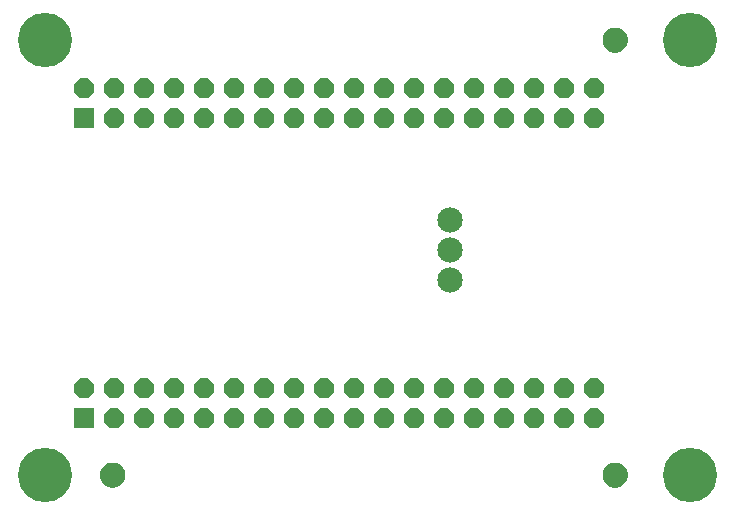
<source format=gbr>
G04 EAGLE Gerber RS-274X export*
G75*
%MOMM*%
%FSLAX34Y34*%
%LPD*%
%INSoldermask Bottom*%
%IPPOS*%
%AMOC8*
5,1,8,0,0,1.08239X$1,22.5*%
G01*
%ADD10C,0.609600*%
%ADD11C,1.168400*%
%ADD12C,4.597400*%
%ADD13C,2.152400*%
%ADD14R,1.676400X1.676400*%
%ADD15P,1.814519X8X22.500000*%


D10*
X513080Y406400D02*
X513082Y406587D01*
X513089Y406774D01*
X513101Y406961D01*
X513117Y407147D01*
X513137Y407333D01*
X513162Y407518D01*
X513192Y407703D01*
X513226Y407887D01*
X513265Y408070D01*
X513308Y408252D01*
X513356Y408432D01*
X513408Y408612D01*
X513465Y408790D01*
X513525Y408967D01*
X513591Y409142D01*
X513660Y409316D01*
X513734Y409488D01*
X513812Y409658D01*
X513894Y409826D01*
X513980Y409992D01*
X514070Y410156D01*
X514164Y410317D01*
X514262Y410477D01*
X514364Y410633D01*
X514470Y410788D01*
X514580Y410939D01*
X514693Y411088D01*
X514810Y411234D01*
X514930Y411377D01*
X515054Y411517D01*
X515181Y411654D01*
X515312Y411788D01*
X515446Y411919D01*
X515583Y412046D01*
X515723Y412170D01*
X515866Y412290D01*
X516012Y412407D01*
X516161Y412520D01*
X516312Y412630D01*
X516467Y412736D01*
X516623Y412838D01*
X516783Y412936D01*
X516944Y413030D01*
X517108Y413120D01*
X517274Y413206D01*
X517442Y413288D01*
X517612Y413366D01*
X517784Y413440D01*
X517958Y413509D01*
X518133Y413575D01*
X518310Y413635D01*
X518488Y413692D01*
X518668Y413744D01*
X518848Y413792D01*
X519030Y413835D01*
X519213Y413874D01*
X519397Y413908D01*
X519582Y413938D01*
X519767Y413963D01*
X519953Y413983D01*
X520139Y413999D01*
X520326Y414011D01*
X520513Y414018D01*
X520700Y414020D01*
X520887Y414018D01*
X521074Y414011D01*
X521261Y413999D01*
X521447Y413983D01*
X521633Y413963D01*
X521818Y413938D01*
X522003Y413908D01*
X522187Y413874D01*
X522370Y413835D01*
X522552Y413792D01*
X522732Y413744D01*
X522912Y413692D01*
X523090Y413635D01*
X523267Y413575D01*
X523442Y413509D01*
X523616Y413440D01*
X523788Y413366D01*
X523958Y413288D01*
X524126Y413206D01*
X524292Y413120D01*
X524456Y413030D01*
X524617Y412936D01*
X524777Y412838D01*
X524933Y412736D01*
X525088Y412630D01*
X525239Y412520D01*
X525388Y412407D01*
X525534Y412290D01*
X525677Y412170D01*
X525817Y412046D01*
X525954Y411919D01*
X526088Y411788D01*
X526219Y411654D01*
X526346Y411517D01*
X526470Y411377D01*
X526590Y411234D01*
X526707Y411088D01*
X526820Y410939D01*
X526930Y410788D01*
X527036Y410633D01*
X527138Y410477D01*
X527236Y410317D01*
X527330Y410156D01*
X527420Y409992D01*
X527506Y409826D01*
X527588Y409658D01*
X527666Y409488D01*
X527740Y409316D01*
X527809Y409142D01*
X527875Y408967D01*
X527935Y408790D01*
X527992Y408612D01*
X528044Y408432D01*
X528092Y408252D01*
X528135Y408070D01*
X528174Y407887D01*
X528208Y407703D01*
X528238Y407518D01*
X528263Y407333D01*
X528283Y407147D01*
X528299Y406961D01*
X528311Y406774D01*
X528318Y406587D01*
X528320Y406400D01*
X528318Y406213D01*
X528311Y406026D01*
X528299Y405839D01*
X528283Y405653D01*
X528263Y405467D01*
X528238Y405282D01*
X528208Y405097D01*
X528174Y404913D01*
X528135Y404730D01*
X528092Y404548D01*
X528044Y404368D01*
X527992Y404188D01*
X527935Y404010D01*
X527875Y403833D01*
X527809Y403658D01*
X527740Y403484D01*
X527666Y403312D01*
X527588Y403142D01*
X527506Y402974D01*
X527420Y402808D01*
X527330Y402644D01*
X527236Y402483D01*
X527138Y402323D01*
X527036Y402167D01*
X526930Y402012D01*
X526820Y401861D01*
X526707Y401712D01*
X526590Y401566D01*
X526470Y401423D01*
X526346Y401283D01*
X526219Y401146D01*
X526088Y401012D01*
X525954Y400881D01*
X525817Y400754D01*
X525677Y400630D01*
X525534Y400510D01*
X525388Y400393D01*
X525239Y400280D01*
X525088Y400170D01*
X524933Y400064D01*
X524777Y399962D01*
X524617Y399864D01*
X524456Y399770D01*
X524292Y399680D01*
X524126Y399594D01*
X523958Y399512D01*
X523788Y399434D01*
X523616Y399360D01*
X523442Y399291D01*
X523267Y399225D01*
X523090Y399165D01*
X522912Y399108D01*
X522732Y399056D01*
X522552Y399008D01*
X522370Y398965D01*
X522187Y398926D01*
X522003Y398892D01*
X521818Y398862D01*
X521633Y398837D01*
X521447Y398817D01*
X521261Y398801D01*
X521074Y398789D01*
X520887Y398782D01*
X520700Y398780D01*
X520513Y398782D01*
X520326Y398789D01*
X520139Y398801D01*
X519953Y398817D01*
X519767Y398837D01*
X519582Y398862D01*
X519397Y398892D01*
X519213Y398926D01*
X519030Y398965D01*
X518848Y399008D01*
X518668Y399056D01*
X518488Y399108D01*
X518310Y399165D01*
X518133Y399225D01*
X517958Y399291D01*
X517784Y399360D01*
X517612Y399434D01*
X517442Y399512D01*
X517274Y399594D01*
X517108Y399680D01*
X516944Y399770D01*
X516783Y399864D01*
X516623Y399962D01*
X516467Y400064D01*
X516312Y400170D01*
X516161Y400280D01*
X516012Y400393D01*
X515866Y400510D01*
X515723Y400630D01*
X515583Y400754D01*
X515446Y400881D01*
X515312Y401012D01*
X515181Y401146D01*
X515054Y401283D01*
X514930Y401423D01*
X514810Y401566D01*
X514693Y401712D01*
X514580Y401861D01*
X514470Y402012D01*
X514364Y402167D01*
X514262Y402323D01*
X514164Y402483D01*
X514070Y402644D01*
X513980Y402808D01*
X513894Y402974D01*
X513812Y403142D01*
X513734Y403312D01*
X513660Y403484D01*
X513591Y403658D01*
X513525Y403833D01*
X513465Y404010D01*
X513408Y404188D01*
X513356Y404368D01*
X513308Y404548D01*
X513265Y404730D01*
X513226Y404913D01*
X513192Y405097D01*
X513162Y405282D01*
X513137Y405467D01*
X513117Y405653D01*
X513101Y405839D01*
X513089Y406026D01*
X513082Y406213D01*
X513080Y406400D01*
D11*
X520700Y406400D03*
D10*
X513080Y38100D02*
X513082Y38287D01*
X513089Y38474D01*
X513101Y38661D01*
X513117Y38847D01*
X513137Y39033D01*
X513162Y39218D01*
X513192Y39403D01*
X513226Y39587D01*
X513265Y39770D01*
X513308Y39952D01*
X513356Y40132D01*
X513408Y40312D01*
X513465Y40490D01*
X513525Y40667D01*
X513591Y40842D01*
X513660Y41016D01*
X513734Y41188D01*
X513812Y41358D01*
X513894Y41526D01*
X513980Y41692D01*
X514070Y41856D01*
X514164Y42017D01*
X514262Y42177D01*
X514364Y42333D01*
X514470Y42488D01*
X514580Y42639D01*
X514693Y42788D01*
X514810Y42934D01*
X514930Y43077D01*
X515054Y43217D01*
X515181Y43354D01*
X515312Y43488D01*
X515446Y43619D01*
X515583Y43746D01*
X515723Y43870D01*
X515866Y43990D01*
X516012Y44107D01*
X516161Y44220D01*
X516312Y44330D01*
X516467Y44436D01*
X516623Y44538D01*
X516783Y44636D01*
X516944Y44730D01*
X517108Y44820D01*
X517274Y44906D01*
X517442Y44988D01*
X517612Y45066D01*
X517784Y45140D01*
X517958Y45209D01*
X518133Y45275D01*
X518310Y45335D01*
X518488Y45392D01*
X518668Y45444D01*
X518848Y45492D01*
X519030Y45535D01*
X519213Y45574D01*
X519397Y45608D01*
X519582Y45638D01*
X519767Y45663D01*
X519953Y45683D01*
X520139Y45699D01*
X520326Y45711D01*
X520513Y45718D01*
X520700Y45720D01*
X520887Y45718D01*
X521074Y45711D01*
X521261Y45699D01*
X521447Y45683D01*
X521633Y45663D01*
X521818Y45638D01*
X522003Y45608D01*
X522187Y45574D01*
X522370Y45535D01*
X522552Y45492D01*
X522732Y45444D01*
X522912Y45392D01*
X523090Y45335D01*
X523267Y45275D01*
X523442Y45209D01*
X523616Y45140D01*
X523788Y45066D01*
X523958Y44988D01*
X524126Y44906D01*
X524292Y44820D01*
X524456Y44730D01*
X524617Y44636D01*
X524777Y44538D01*
X524933Y44436D01*
X525088Y44330D01*
X525239Y44220D01*
X525388Y44107D01*
X525534Y43990D01*
X525677Y43870D01*
X525817Y43746D01*
X525954Y43619D01*
X526088Y43488D01*
X526219Y43354D01*
X526346Y43217D01*
X526470Y43077D01*
X526590Y42934D01*
X526707Y42788D01*
X526820Y42639D01*
X526930Y42488D01*
X527036Y42333D01*
X527138Y42177D01*
X527236Y42017D01*
X527330Y41856D01*
X527420Y41692D01*
X527506Y41526D01*
X527588Y41358D01*
X527666Y41188D01*
X527740Y41016D01*
X527809Y40842D01*
X527875Y40667D01*
X527935Y40490D01*
X527992Y40312D01*
X528044Y40132D01*
X528092Y39952D01*
X528135Y39770D01*
X528174Y39587D01*
X528208Y39403D01*
X528238Y39218D01*
X528263Y39033D01*
X528283Y38847D01*
X528299Y38661D01*
X528311Y38474D01*
X528318Y38287D01*
X528320Y38100D01*
X528318Y37913D01*
X528311Y37726D01*
X528299Y37539D01*
X528283Y37353D01*
X528263Y37167D01*
X528238Y36982D01*
X528208Y36797D01*
X528174Y36613D01*
X528135Y36430D01*
X528092Y36248D01*
X528044Y36068D01*
X527992Y35888D01*
X527935Y35710D01*
X527875Y35533D01*
X527809Y35358D01*
X527740Y35184D01*
X527666Y35012D01*
X527588Y34842D01*
X527506Y34674D01*
X527420Y34508D01*
X527330Y34344D01*
X527236Y34183D01*
X527138Y34023D01*
X527036Y33867D01*
X526930Y33712D01*
X526820Y33561D01*
X526707Y33412D01*
X526590Y33266D01*
X526470Y33123D01*
X526346Y32983D01*
X526219Y32846D01*
X526088Y32712D01*
X525954Y32581D01*
X525817Y32454D01*
X525677Y32330D01*
X525534Y32210D01*
X525388Y32093D01*
X525239Y31980D01*
X525088Y31870D01*
X524933Y31764D01*
X524777Y31662D01*
X524617Y31564D01*
X524456Y31470D01*
X524292Y31380D01*
X524126Y31294D01*
X523958Y31212D01*
X523788Y31134D01*
X523616Y31060D01*
X523442Y30991D01*
X523267Y30925D01*
X523090Y30865D01*
X522912Y30808D01*
X522732Y30756D01*
X522552Y30708D01*
X522370Y30665D01*
X522187Y30626D01*
X522003Y30592D01*
X521818Y30562D01*
X521633Y30537D01*
X521447Y30517D01*
X521261Y30501D01*
X521074Y30489D01*
X520887Y30482D01*
X520700Y30480D01*
X520513Y30482D01*
X520326Y30489D01*
X520139Y30501D01*
X519953Y30517D01*
X519767Y30537D01*
X519582Y30562D01*
X519397Y30592D01*
X519213Y30626D01*
X519030Y30665D01*
X518848Y30708D01*
X518668Y30756D01*
X518488Y30808D01*
X518310Y30865D01*
X518133Y30925D01*
X517958Y30991D01*
X517784Y31060D01*
X517612Y31134D01*
X517442Y31212D01*
X517274Y31294D01*
X517108Y31380D01*
X516944Y31470D01*
X516783Y31564D01*
X516623Y31662D01*
X516467Y31764D01*
X516312Y31870D01*
X516161Y31980D01*
X516012Y32093D01*
X515866Y32210D01*
X515723Y32330D01*
X515583Y32454D01*
X515446Y32581D01*
X515312Y32712D01*
X515181Y32846D01*
X515054Y32983D01*
X514930Y33123D01*
X514810Y33266D01*
X514693Y33412D01*
X514580Y33561D01*
X514470Y33712D01*
X514364Y33867D01*
X514262Y34023D01*
X514164Y34183D01*
X514070Y34344D01*
X513980Y34508D01*
X513894Y34674D01*
X513812Y34842D01*
X513734Y35012D01*
X513660Y35184D01*
X513591Y35358D01*
X513525Y35533D01*
X513465Y35710D01*
X513408Y35888D01*
X513356Y36068D01*
X513308Y36248D01*
X513265Y36430D01*
X513226Y36613D01*
X513192Y36797D01*
X513162Y36982D01*
X513137Y37167D01*
X513117Y37353D01*
X513101Y37539D01*
X513089Y37726D01*
X513082Y37913D01*
X513080Y38100D01*
D11*
X520700Y38100D03*
D10*
X87630Y38100D02*
X87632Y38287D01*
X87639Y38474D01*
X87651Y38661D01*
X87667Y38847D01*
X87687Y39033D01*
X87712Y39218D01*
X87742Y39403D01*
X87776Y39587D01*
X87815Y39770D01*
X87858Y39952D01*
X87906Y40132D01*
X87958Y40312D01*
X88015Y40490D01*
X88075Y40667D01*
X88141Y40842D01*
X88210Y41016D01*
X88284Y41188D01*
X88362Y41358D01*
X88444Y41526D01*
X88530Y41692D01*
X88620Y41856D01*
X88714Y42017D01*
X88812Y42177D01*
X88914Y42333D01*
X89020Y42488D01*
X89130Y42639D01*
X89243Y42788D01*
X89360Y42934D01*
X89480Y43077D01*
X89604Y43217D01*
X89731Y43354D01*
X89862Y43488D01*
X89996Y43619D01*
X90133Y43746D01*
X90273Y43870D01*
X90416Y43990D01*
X90562Y44107D01*
X90711Y44220D01*
X90862Y44330D01*
X91017Y44436D01*
X91173Y44538D01*
X91333Y44636D01*
X91494Y44730D01*
X91658Y44820D01*
X91824Y44906D01*
X91992Y44988D01*
X92162Y45066D01*
X92334Y45140D01*
X92508Y45209D01*
X92683Y45275D01*
X92860Y45335D01*
X93038Y45392D01*
X93218Y45444D01*
X93398Y45492D01*
X93580Y45535D01*
X93763Y45574D01*
X93947Y45608D01*
X94132Y45638D01*
X94317Y45663D01*
X94503Y45683D01*
X94689Y45699D01*
X94876Y45711D01*
X95063Y45718D01*
X95250Y45720D01*
X95437Y45718D01*
X95624Y45711D01*
X95811Y45699D01*
X95997Y45683D01*
X96183Y45663D01*
X96368Y45638D01*
X96553Y45608D01*
X96737Y45574D01*
X96920Y45535D01*
X97102Y45492D01*
X97282Y45444D01*
X97462Y45392D01*
X97640Y45335D01*
X97817Y45275D01*
X97992Y45209D01*
X98166Y45140D01*
X98338Y45066D01*
X98508Y44988D01*
X98676Y44906D01*
X98842Y44820D01*
X99006Y44730D01*
X99167Y44636D01*
X99327Y44538D01*
X99483Y44436D01*
X99638Y44330D01*
X99789Y44220D01*
X99938Y44107D01*
X100084Y43990D01*
X100227Y43870D01*
X100367Y43746D01*
X100504Y43619D01*
X100638Y43488D01*
X100769Y43354D01*
X100896Y43217D01*
X101020Y43077D01*
X101140Y42934D01*
X101257Y42788D01*
X101370Y42639D01*
X101480Y42488D01*
X101586Y42333D01*
X101688Y42177D01*
X101786Y42017D01*
X101880Y41856D01*
X101970Y41692D01*
X102056Y41526D01*
X102138Y41358D01*
X102216Y41188D01*
X102290Y41016D01*
X102359Y40842D01*
X102425Y40667D01*
X102485Y40490D01*
X102542Y40312D01*
X102594Y40132D01*
X102642Y39952D01*
X102685Y39770D01*
X102724Y39587D01*
X102758Y39403D01*
X102788Y39218D01*
X102813Y39033D01*
X102833Y38847D01*
X102849Y38661D01*
X102861Y38474D01*
X102868Y38287D01*
X102870Y38100D01*
X102868Y37913D01*
X102861Y37726D01*
X102849Y37539D01*
X102833Y37353D01*
X102813Y37167D01*
X102788Y36982D01*
X102758Y36797D01*
X102724Y36613D01*
X102685Y36430D01*
X102642Y36248D01*
X102594Y36068D01*
X102542Y35888D01*
X102485Y35710D01*
X102425Y35533D01*
X102359Y35358D01*
X102290Y35184D01*
X102216Y35012D01*
X102138Y34842D01*
X102056Y34674D01*
X101970Y34508D01*
X101880Y34344D01*
X101786Y34183D01*
X101688Y34023D01*
X101586Y33867D01*
X101480Y33712D01*
X101370Y33561D01*
X101257Y33412D01*
X101140Y33266D01*
X101020Y33123D01*
X100896Y32983D01*
X100769Y32846D01*
X100638Y32712D01*
X100504Y32581D01*
X100367Y32454D01*
X100227Y32330D01*
X100084Y32210D01*
X99938Y32093D01*
X99789Y31980D01*
X99638Y31870D01*
X99483Y31764D01*
X99327Y31662D01*
X99167Y31564D01*
X99006Y31470D01*
X98842Y31380D01*
X98676Y31294D01*
X98508Y31212D01*
X98338Y31134D01*
X98166Y31060D01*
X97992Y30991D01*
X97817Y30925D01*
X97640Y30865D01*
X97462Y30808D01*
X97282Y30756D01*
X97102Y30708D01*
X96920Y30665D01*
X96737Y30626D01*
X96553Y30592D01*
X96368Y30562D01*
X96183Y30537D01*
X95997Y30517D01*
X95811Y30501D01*
X95624Y30489D01*
X95437Y30482D01*
X95250Y30480D01*
X95063Y30482D01*
X94876Y30489D01*
X94689Y30501D01*
X94503Y30517D01*
X94317Y30537D01*
X94132Y30562D01*
X93947Y30592D01*
X93763Y30626D01*
X93580Y30665D01*
X93398Y30708D01*
X93218Y30756D01*
X93038Y30808D01*
X92860Y30865D01*
X92683Y30925D01*
X92508Y30991D01*
X92334Y31060D01*
X92162Y31134D01*
X91992Y31212D01*
X91824Y31294D01*
X91658Y31380D01*
X91494Y31470D01*
X91333Y31564D01*
X91173Y31662D01*
X91017Y31764D01*
X90862Y31870D01*
X90711Y31980D01*
X90562Y32093D01*
X90416Y32210D01*
X90273Y32330D01*
X90133Y32454D01*
X89996Y32581D01*
X89862Y32712D01*
X89731Y32846D01*
X89604Y32983D01*
X89480Y33123D01*
X89360Y33266D01*
X89243Y33412D01*
X89130Y33561D01*
X89020Y33712D01*
X88914Y33867D01*
X88812Y34023D01*
X88714Y34183D01*
X88620Y34344D01*
X88530Y34508D01*
X88444Y34674D01*
X88362Y34842D01*
X88284Y35012D01*
X88210Y35184D01*
X88141Y35358D01*
X88075Y35533D01*
X88015Y35710D01*
X87958Y35888D01*
X87906Y36068D01*
X87858Y36248D01*
X87815Y36430D01*
X87776Y36613D01*
X87742Y36797D01*
X87712Y36982D01*
X87687Y37167D01*
X87667Y37353D01*
X87651Y37539D01*
X87639Y37726D01*
X87632Y37913D01*
X87630Y38100D01*
D11*
X95250Y38100D03*
D12*
X38100Y406400D03*
X38100Y38100D03*
X584200Y38100D03*
X584200Y406400D03*
D13*
X381000Y228600D03*
X381000Y254000D03*
X381000Y203200D03*
D14*
X71800Y86100D03*
D15*
X71800Y111500D03*
X97200Y86100D03*
X97200Y111500D03*
X122600Y86100D03*
X122600Y111500D03*
X148000Y86100D03*
X148000Y111500D03*
X173400Y86100D03*
X173400Y111500D03*
X198800Y86100D03*
X198800Y111500D03*
X224200Y86100D03*
X224200Y111500D03*
X249600Y86100D03*
X249600Y111500D03*
X275000Y86100D03*
X275000Y111500D03*
X300400Y86100D03*
X300400Y111500D03*
X325800Y86100D03*
X325800Y111500D03*
X351200Y86100D03*
X351200Y111500D03*
X376600Y86100D03*
X376600Y111500D03*
X402000Y86100D03*
X402000Y111500D03*
X427400Y86100D03*
X427400Y111500D03*
X452800Y86100D03*
X452800Y111500D03*
X478200Y86100D03*
X478200Y111500D03*
X503600Y86100D03*
X503600Y111500D03*
D14*
X71800Y340100D03*
D15*
X71800Y365500D03*
X97200Y340100D03*
X97200Y365500D03*
X122600Y340100D03*
X122600Y365500D03*
X148000Y340100D03*
X148000Y365500D03*
X173400Y340100D03*
X173400Y365500D03*
X198800Y340100D03*
X198800Y365500D03*
X224200Y340100D03*
X224200Y365500D03*
X249600Y340100D03*
X249600Y365500D03*
X275000Y340100D03*
X275000Y365500D03*
X300400Y340100D03*
X300400Y365500D03*
X325800Y340100D03*
X325800Y365500D03*
X351200Y340100D03*
X351200Y365500D03*
X376600Y340100D03*
X376600Y365500D03*
X402000Y340100D03*
X402000Y365500D03*
X427400Y340100D03*
X427400Y365500D03*
X452800Y340100D03*
X452800Y365500D03*
X478200Y340100D03*
X478200Y365500D03*
X503600Y340100D03*
X503600Y365500D03*
M02*

</source>
